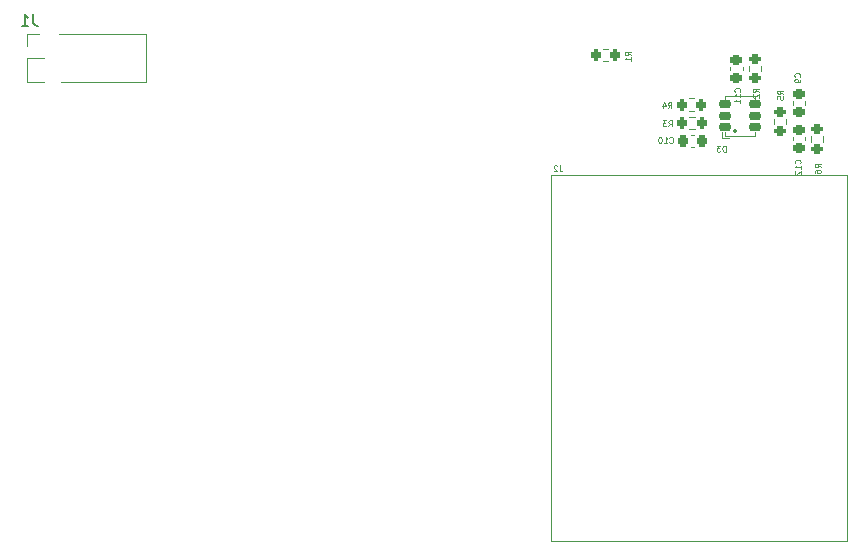
<source format=gbo>
G04 #@! TF.GenerationSoftware,KiCad,Pcbnew,9.0.0*
G04 #@! TF.CreationDate,2025-09-02T12:19:59+03:00*
G04 #@! TF.ProjectId,GSM_SMA_V1.0,47534d5f-534d-4415-9f56-312e302e6b69,rev?*
G04 #@! TF.SameCoordinates,Original*
G04 #@! TF.FileFunction,Legend,Bot*
G04 #@! TF.FilePolarity,Positive*
%FSLAX46Y46*%
G04 Gerber Fmt 4.6, Leading zero omitted, Abs format (unit mm)*
G04 Created by KiCad (PCBNEW 9.0.0) date 2025-09-02 12:19:59*
%MOMM*%
%LPD*%
G01*
G04 APERTURE LIST*
G04 Aperture macros list*
%AMRoundRect*
0 Rectangle with rounded corners*
0 $1 Rounding radius*
0 $2 $3 $4 $5 $6 $7 $8 $9 X,Y pos of 4 corners*
0 Add a 4 corners polygon primitive as box body*
4,1,4,$2,$3,$4,$5,$6,$7,$8,$9,$2,$3,0*
0 Add four circle primitives for the rounded corners*
1,1,$1+$1,$2,$3*
1,1,$1+$1,$4,$5*
1,1,$1+$1,$6,$7*
1,1,$1+$1,$8,$9*
0 Add four rect primitives between the rounded corners*
20,1,$1+$1,$2,$3,$4,$5,0*
20,1,$1+$1,$4,$5,$6,$7,0*
20,1,$1+$1,$6,$7,$8,$9,0*
20,1,$1+$1,$8,$9,$2,$3,0*%
%AMFreePoly0*
4,1,57,0.519269,3.056200,0.858190,2.978844,1.186319,2.864027,1.499529,2.713193,1.793881,2.528239,2.065674,2.311491,2.311491,2.065674,2.528239,1.793881,2.713193,1.499529,2.864027,1.186319,2.978844,0.858190,3.056200,0.519269,3.095123,0.173818,3.095123,-0.173818,3.056200,-0.519269,2.978844,-0.858190,2.864027,-1.186319,2.713193,-1.499529,2.528239,-1.793881,2.311491,-2.065674,
2.065674,-2.311491,1.793881,-2.528239,1.499529,-2.713193,1.186319,-2.864027,0.858190,-2.978844,0.519269,-3.056200,0.173818,-3.095123,-0.173818,-3.095123,-0.519269,-3.056200,-0.858190,-2.978844,-1.186319,-2.864027,-1.499529,-2.713193,-1.793881,-2.528239,-2.065674,-2.311491,-2.311491,-2.065674,-2.528239,-1.793881,-2.713193,-1.499529,-2.864027,-1.186319,-2.978844,-0.858190,-3.056200,-0.519269,
-3.095123,-0.173818,-3.095123,0.173818,-3.056200,0.519269,-2.978844,0.858190,-2.864027,1.186319,-2.713193,1.499529,-2.528239,1.793881,-2.311491,2.065674,-2.065674,2.311491,-1.793881,2.528239,-1.499529,2.713193,-1.186319,2.864027,-0.858190,2.978844,-0.519269,3.056200,-0.173818,3.095123,0.173818,3.095123,0.519269,3.056200,0.519269,3.056200,$1*%
%AMFreePoly1*
4,1,57,0.502519,2.957613,0.830507,2.882752,1.148050,2.771639,1.451157,2.625670,1.736014,2.446683,1.999040,2.236926,2.236926,1.999040,2.446683,1.736014,2.625670,1.451157,2.771639,1.148050,2.882752,0.830507,2.957613,0.502519,2.995280,0.168211,2.995280,-0.168211,2.957613,-0.502519,2.882752,-0.830507,2.771639,-1.148050,2.625670,-1.451157,2.446683,-1.736014,2.236926,-1.999040,
1.999040,-2.236926,1.736014,-2.446683,1.451157,-2.625670,1.148050,-2.771639,0.830507,-2.882752,0.502519,-2.957613,0.168211,-2.995280,-0.168211,-2.995280,-0.502519,-2.957613,-0.830507,-2.882752,-1.148050,-2.771639,-1.451157,-2.625670,-1.736014,-2.446683,-1.999040,-2.236926,-2.236926,-1.999040,-2.446683,-1.736014,-2.625670,-1.451157,-2.771639,-1.148050,-2.882752,-0.830507,-2.957613,-0.502519,
-2.995280,-0.168211,-2.995280,0.168211,-2.957613,0.502519,-2.882752,0.830507,-2.771639,1.148050,-2.625670,1.451157,-2.446683,1.736014,-2.236926,1.999040,-1.999040,2.236926,-1.736014,2.446683,-1.451157,2.625670,-1.148050,2.771639,-0.830507,2.882752,-0.502519,2.957613,-0.168211,2.995280,0.168211,2.995280,0.502519,2.957613,0.502519,2.957613,$1*%
G04 Aperture macros list end*
%ADD10C,0.100000*%
%ADD11C,0.150000*%
%ADD12C,0.120000*%
%ADD13C,0.300000*%
%ADD14FreePoly0,270.000000*%
%ADD15O,2.500000X2.500000*%
%ADD16FreePoly1,270.000000*%
%ADD17RoundRect,0.225000X-0.250000X0.225000X-0.250000X-0.225000X0.250000X-0.225000X0.250000X0.225000X0*%
%ADD18RoundRect,0.200000X-0.275000X0.200000X-0.275000X-0.200000X0.275000X-0.200000X0.275000X0.200000X0*%
%ADD19RoundRect,0.225000X0.225000X0.250000X-0.225000X0.250000X-0.225000X-0.250000X0.225000X-0.250000X0*%
%ADD20RoundRect,0.130435X-0.419565X0.169565X-0.419565X-0.169565X0.419565X-0.169565X0.419565X0.169565X0*%
%ADD21RoundRect,0.200000X-0.200000X-0.275000X0.200000X-0.275000X0.200000X0.275000X-0.200000X0.275000X0*%
%ADD22RoundRect,0.200000X0.200000X0.275000X-0.200000X0.275000X-0.200000X-0.275000X0.200000X-0.275000X0*%
%ADD23RoundRect,0.225000X0.250000X-0.225000X0.250000X0.225000X-0.250000X0.225000X-0.250000X-0.225000X0*%
%ADD24R,1.350000X1.350000*%
%ADD25O,1.350000X1.350000*%
%ADD26R,1.300000X2.400000*%
%ADD27RoundRect,0.200000X0.275000X-0.200000X0.275000X0.200000X-0.275000X0.200000X-0.275000X-0.200000X0*%
G04 APERTURE END LIST*
D10*
X142078490Y-88598571D02*
X142102300Y-88574762D01*
X142102300Y-88574762D02*
X142126109Y-88503333D01*
X142126109Y-88503333D02*
X142126109Y-88455714D01*
X142126109Y-88455714D02*
X142102300Y-88384286D01*
X142102300Y-88384286D02*
X142054680Y-88336667D01*
X142054680Y-88336667D02*
X142007061Y-88312857D01*
X142007061Y-88312857D02*
X141911823Y-88289048D01*
X141911823Y-88289048D02*
X141840395Y-88289048D01*
X141840395Y-88289048D02*
X141745157Y-88312857D01*
X141745157Y-88312857D02*
X141697538Y-88336667D01*
X141697538Y-88336667D02*
X141649919Y-88384286D01*
X141649919Y-88384286D02*
X141626109Y-88455714D01*
X141626109Y-88455714D02*
X141626109Y-88503333D01*
X141626109Y-88503333D02*
X141649919Y-88574762D01*
X141649919Y-88574762D02*
X141673728Y-88598571D01*
X142126109Y-89074762D02*
X142126109Y-88789048D01*
X142126109Y-88931905D02*
X141626109Y-88931905D01*
X141626109Y-88931905D02*
X141697538Y-88884286D01*
X141697538Y-88884286D02*
X141745157Y-88836667D01*
X141745157Y-88836667D02*
X141768966Y-88789048D01*
X141673728Y-89265238D02*
X141649919Y-89289047D01*
X141649919Y-89289047D02*
X141626109Y-89336666D01*
X141626109Y-89336666D02*
X141626109Y-89455714D01*
X141626109Y-89455714D02*
X141649919Y-89503333D01*
X141649919Y-89503333D02*
X141673728Y-89527142D01*
X141673728Y-89527142D02*
X141721347Y-89550952D01*
X141721347Y-89550952D02*
X141768966Y-89550952D01*
X141768966Y-89550952D02*
X141840395Y-89527142D01*
X141840395Y-89527142D02*
X142126109Y-89241428D01*
X142126109Y-89241428D02*
X142126109Y-89550952D01*
X138561109Y-82561666D02*
X138323014Y-82395000D01*
X138561109Y-82275952D02*
X138061109Y-82275952D01*
X138061109Y-82275952D02*
X138061109Y-82466428D01*
X138061109Y-82466428D02*
X138084919Y-82514047D01*
X138084919Y-82514047D02*
X138108728Y-82537857D01*
X138108728Y-82537857D02*
X138156347Y-82561666D01*
X138156347Y-82561666D02*
X138227776Y-82561666D01*
X138227776Y-82561666D02*
X138275395Y-82537857D01*
X138275395Y-82537857D02*
X138299204Y-82514047D01*
X138299204Y-82514047D02*
X138323014Y-82466428D01*
X138323014Y-82466428D02*
X138323014Y-82275952D01*
X138108728Y-82752143D02*
X138084919Y-82775952D01*
X138084919Y-82775952D02*
X138061109Y-82823571D01*
X138061109Y-82823571D02*
X138061109Y-82942619D01*
X138061109Y-82942619D02*
X138084919Y-82990238D01*
X138084919Y-82990238D02*
X138108728Y-83014047D01*
X138108728Y-83014047D02*
X138156347Y-83037857D01*
X138156347Y-83037857D02*
X138203966Y-83037857D01*
X138203966Y-83037857D02*
X138275395Y-83014047D01*
X138275395Y-83014047D02*
X138561109Y-82728333D01*
X138561109Y-82728333D02*
X138561109Y-83037857D01*
X131021428Y-86818490D02*
X131045237Y-86842300D01*
X131045237Y-86842300D02*
X131116666Y-86866109D01*
X131116666Y-86866109D02*
X131164285Y-86866109D01*
X131164285Y-86866109D02*
X131235713Y-86842300D01*
X131235713Y-86842300D02*
X131283332Y-86794680D01*
X131283332Y-86794680D02*
X131307142Y-86747061D01*
X131307142Y-86747061D02*
X131330951Y-86651823D01*
X131330951Y-86651823D02*
X131330951Y-86580395D01*
X131330951Y-86580395D02*
X131307142Y-86485157D01*
X131307142Y-86485157D02*
X131283332Y-86437538D01*
X131283332Y-86437538D02*
X131235713Y-86389919D01*
X131235713Y-86389919D02*
X131164285Y-86366109D01*
X131164285Y-86366109D02*
X131116666Y-86366109D01*
X131116666Y-86366109D02*
X131045237Y-86389919D01*
X131045237Y-86389919D02*
X131021428Y-86413728D01*
X130545237Y-86866109D02*
X130830951Y-86866109D01*
X130688094Y-86866109D02*
X130688094Y-86366109D01*
X130688094Y-86366109D02*
X130735713Y-86437538D01*
X130735713Y-86437538D02*
X130783332Y-86485157D01*
X130783332Y-86485157D02*
X130830951Y-86508966D01*
X130235714Y-86366109D02*
X130188095Y-86366109D01*
X130188095Y-86366109D02*
X130140476Y-86389919D01*
X130140476Y-86389919D02*
X130116666Y-86413728D01*
X130116666Y-86413728D02*
X130092857Y-86461347D01*
X130092857Y-86461347D02*
X130069047Y-86556585D01*
X130069047Y-86556585D02*
X130069047Y-86675633D01*
X130069047Y-86675633D02*
X130092857Y-86770871D01*
X130092857Y-86770871D02*
X130116666Y-86818490D01*
X130116666Y-86818490D02*
X130140476Y-86842300D01*
X130140476Y-86842300D02*
X130188095Y-86866109D01*
X130188095Y-86866109D02*
X130235714Y-86866109D01*
X130235714Y-86866109D02*
X130283333Y-86842300D01*
X130283333Y-86842300D02*
X130307142Y-86818490D01*
X130307142Y-86818490D02*
X130330952Y-86770871D01*
X130330952Y-86770871D02*
X130354761Y-86675633D01*
X130354761Y-86675633D02*
X130354761Y-86556585D01*
X130354761Y-86556585D02*
X130330952Y-86461347D01*
X130330952Y-86461347D02*
X130307142Y-86413728D01*
X130307142Y-86413728D02*
X130283333Y-86389919D01*
X130283333Y-86389919D02*
X130235714Y-86366109D01*
X135777940Y-87614195D02*
X135777940Y-87114195D01*
X135777940Y-87114195D02*
X135658892Y-87114195D01*
X135658892Y-87114195D02*
X135587464Y-87138005D01*
X135587464Y-87138005D02*
X135539845Y-87185624D01*
X135539845Y-87185624D02*
X135516035Y-87233243D01*
X135516035Y-87233243D02*
X135492226Y-87328481D01*
X135492226Y-87328481D02*
X135492226Y-87399909D01*
X135492226Y-87399909D02*
X135516035Y-87495147D01*
X135516035Y-87495147D02*
X135539845Y-87542766D01*
X135539845Y-87542766D02*
X135587464Y-87590386D01*
X135587464Y-87590386D02*
X135658892Y-87614195D01*
X135658892Y-87614195D02*
X135777940Y-87614195D01*
X135325559Y-87114195D02*
X135016035Y-87114195D01*
X135016035Y-87114195D02*
X135182702Y-87304671D01*
X135182702Y-87304671D02*
X135111273Y-87304671D01*
X135111273Y-87304671D02*
X135063654Y-87328481D01*
X135063654Y-87328481D02*
X135039845Y-87352290D01*
X135039845Y-87352290D02*
X135016035Y-87399909D01*
X135016035Y-87399909D02*
X135016035Y-87518957D01*
X135016035Y-87518957D02*
X135039845Y-87566576D01*
X135039845Y-87566576D02*
X135063654Y-87590386D01*
X135063654Y-87590386D02*
X135111273Y-87614195D01*
X135111273Y-87614195D02*
X135254130Y-87614195D01*
X135254130Y-87614195D02*
X135301749Y-87590386D01*
X135301749Y-87590386D02*
X135325559Y-87566576D01*
X127756109Y-79446666D02*
X127518014Y-79280000D01*
X127756109Y-79160952D02*
X127256109Y-79160952D01*
X127256109Y-79160952D02*
X127256109Y-79351428D01*
X127256109Y-79351428D02*
X127279919Y-79399047D01*
X127279919Y-79399047D02*
X127303728Y-79422857D01*
X127303728Y-79422857D02*
X127351347Y-79446666D01*
X127351347Y-79446666D02*
X127422776Y-79446666D01*
X127422776Y-79446666D02*
X127470395Y-79422857D01*
X127470395Y-79422857D02*
X127494204Y-79399047D01*
X127494204Y-79399047D02*
X127518014Y-79351428D01*
X127518014Y-79351428D02*
X127518014Y-79160952D01*
X127756109Y-79922857D02*
X127756109Y-79637143D01*
X127756109Y-79780000D02*
X127256109Y-79780000D01*
X127256109Y-79780000D02*
X127327538Y-79732381D01*
X127327538Y-79732381D02*
X127375157Y-79684762D01*
X127375157Y-79684762D02*
X127398966Y-79637143D01*
X130893333Y-83936109D02*
X131059999Y-83698014D01*
X131179047Y-83936109D02*
X131179047Y-83436109D01*
X131179047Y-83436109D02*
X130988571Y-83436109D01*
X130988571Y-83436109D02*
X130940952Y-83459919D01*
X130940952Y-83459919D02*
X130917142Y-83483728D01*
X130917142Y-83483728D02*
X130893333Y-83531347D01*
X130893333Y-83531347D02*
X130893333Y-83602776D01*
X130893333Y-83602776D02*
X130917142Y-83650395D01*
X130917142Y-83650395D02*
X130940952Y-83674204D01*
X130940952Y-83674204D02*
X130988571Y-83698014D01*
X130988571Y-83698014D02*
X131179047Y-83698014D01*
X130464761Y-83602776D02*
X130464761Y-83936109D01*
X130583809Y-83412300D02*
X130702856Y-83769442D01*
X130702856Y-83769442D02*
X130393333Y-83769442D01*
X136973490Y-82533571D02*
X136997300Y-82509762D01*
X136997300Y-82509762D02*
X137021109Y-82438333D01*
X137021109Y-82438333D02*
X137021109Y-82390714D01*
X137021109Y-82390714D02*
X136997300Y-82319286D01*
X136997300Y-82319286D02*
X136949680Y-82271667D01*
X136949680Y-82271667D02*
X136902061Y-82247857D01*
X136902061Y-82247857D02*
X136806823Y-82224048D01*
X136806823Y-82224048D02*
X136735395Y-82224048D01*
X136735395Y-82224048D02*
X136640157Y-82247857D01*
X136640157Y-82247857D02*
X136592538Y-82271667D01*
X136592538Y-82271667D02*
X136544919Y-82319286D01*
X136544919Y-82319286D02*
X136521109Y-82390714D01*
X136521109Y-82390714D02*
X136521109Y-82438333D01*
X136521109Y-82438333D02*
X136544919Y-82509762D01*
X136544919Y-82509762D02*
X136568728Y-82533571D01*
X137021109Y-83009762D02*
X137021109Y-82724048D01*
X137021109Y-82866905D02*
X136521109Y-82866905D01*
X136521109Y-82866905D02*
X136592538Y-82819286D01*
X136592538Y-82819286D02*
X136640157Y-82771667D01*
X136640157Y-82771667D02*
X136663966Y-82724048D01*
X137021109Y-83485952D02*
X137021109Y-83200238D01*
X137021109Y-83343095D02*
X136521109Y-83343095D01*
X136521109Y-83343095D02*
X136592538Y-83295476D01*
X136592538Y-83295476D02*
X136640157Y-83247857D01*
X136640157Y-83247857D02*
X136663966Y-83200238D01*
D11*
X77163333Y-75974819D02*
X77163333Y-76689104D01*
X77163333Y-76689104D02*
X77210952Y-76831961D01*
X77210952Y-76831961D02*
X77306190Y-76927200D01*
X77306190Y-76927200D02*
X77449047Y-76974819D01*
X77449047Y-76974819D02*
X77544285Y-76974819D01*
X76163333Y-76974819D02*
X76734761Y-76974819D01*
X76449047Y-76974819D02*
X76449047Y-75974819D01*
X76449047Y-75974819D02*
X76544285Y-76117676D01*
X76544285Y-76117676D02*
X76639523Y-76212914D01*
X76639523Y-76212914D02*
X76734761Y-76260533D01*
D10*
X130933333Y-85466109D02*
X131099999Y-85228014D01*
X131219047Y-85466109D02*
X131219047Y-84966109D01*
X131219047Y-84966109D02*
X131028571Y-84966109D01*
X131028571Y-84966109D02*
X130980952Y-84989919D01*
X130980952Y-84989919D02*
X130957142Y-85013728D01*
X130957142Y-85013728D02*
X130933333Y-85061347D01*
X130933333Y-85061347D02*
X130933333Y-85132776D01*
X130933333Y-85132776D02*
X130957142Y-85180395D01*
X130957142Y-85180395D02*
X130980952Y-85204204D01*
X130980952Y-85204204D02*
X131028571Y-85228014D01*
X131028571Y-85228014D02*
X131219047Y-85228014D01*
X130766666Y-84966109D02*
X130457142Y-84966109D01*
X130457142Y-84966109D02*
X130623809Y-85156585D01*
X130623809Y-85156585D02*
X130552380Y-85156585D01*
X130552380Y-85156585D02*
X130504761Y-85180395D01*
X130504761Y-85180395D02*
X130480952Y-85204204D01*
X130480952Y-85204204D02*
X130457142Y-85251823D01*
X130457142Y-85251823D02*
X130457142Y-85370871D01*
X130457142Y-85370871D02*
X130480952Y-85418490D01*
X130480952Y-85418490D02*
X130504761Y-85442300D01*
X130504761Y-85442300D02*
X130552380Y-85466109D01*
X130552380Y-85466109D02*
X130695237Y-85466109D01*
X130695237Y-85466109D02*
X130742856Y-85442300D01*
X130742856Y-85442300D02*
X130766666Y-85418490D01*
X140646109Y-82721666D02*
X140408014Y-82555000D01*
X140646109Y-82435952D02*
X140146109Y-82435952D01*
X140146109Y-82435952D02*
X140146109Y-82626428D01*
X140146109Y-82626428D02*
X140169919Y-82674047D01*
X140169919Y-82674047D02*
X140193728Y-82697857D01*
X140193728Y-82697857D02*
X140241347Y-82721666D01*
X140241347Y-82721666D02*
X140312776Y-82721666D01*
X140312776Y-82721666D02*
X140360395Y-82697857D01*
X140360395Y-82697857D02*
X140384204Y-82674047D01*
X140384204Y-82674047D02*
X140408014Y-82626428D01*
X140408014Y-82626428D02*
X140408014Y-82435952D01*
X140146109Y-83174047D02*
X140146109Y-82935952D01*
X140146109Y-82935952D02*
X140384204Y-82912143D01*
X140384204Y-82912143D02*
X140360395Y-82935952D01*
X140360395Y-82935952D02*
X140336585Y-82983571D01*
X140336585Y-82983571D02*
X140336585Y-83102619D01*
X140336585Y-83102619D02*
X140360395Y-83150238D01*
X140360395Y-83150238D02*
X140384204Y-83174047D01*
X140384204Y-83174047D02*
X140431823Y-83197857D01*
X140431823Y-83197857D02*
X140550871Y-83197857D01*
X140550871Y-83197857D02*
X140598490Y-83174047D01*
X140598490Y-83174047D02*
X140622300Y-83150238D01*
X140622300Y-83150238D02*
X140646109Y-83102619D01*
X140646109Y-83102619D02*
X140646109Y-82983571D01*
X140646109Y-82983571D02*
X140622300Y-82935952D01*
X140622300Y-82935952D02*
X140598490Y-82912143D01*
X121716666Y-88766109D02*
X121716666Y-89123252D01*
X121716666Y-89123252D02*
X121740475Y-89194680D01*
X121740475Y-89194680D02*
X121788094Y-89242300D01*
X121788094Y-89242300D02*
X121859523Y-89266109D01*
X121859523Y-89266109D02*
X121907142Y-89266109D01*
X121502380Y-88813728D02*
X121478571Y-88789919D01*
X121478571Y-88789919D02*
X121430952Y-88766109D01*
X121430952Y-88766109D02*
X121311904Y-88766109D01*
X121311904Y-88766109D02*
X121264285Y-88789919D01*
X121264285Y-88789919D02*
X121240476Y-88813728D01*
X121240476Y-88813728D02*
X121216666Y-88861347D01*
X121216666Y-88861347D02*
X121216666Y-88908966D01*
X121216666Y-88908966D02*
X121240476Y-88980395D01*
X121240476Y-88980395D02*
X121526190Y-89266109D01*
X121526190Y-89266109D02*
X121216666Y-89266109D01*
X142048490Y-81266666D02*
X142072300Y-81242857D01*
X142072300Y-81242857D02*
X142096109Y-81171428D01*
X142096109Y-81171428D02*
X142096109Y-81123809D01*
X142096109Y-81123809D02*
X142072300Y-81052381D01*
X142072300Y-81052381D02*
X142024680Y-81004762D01*
X142024680Y-81004762D02*
X141977061Y-80980952D01*
X141977061Y-80980952D02*
X141881823Y-80957143D01*
X141881823Y-80957143D02*
X141810395Y-80957143D01*
X141810395Y-80957143D02*
X141715157Y-80980952D01*
X141715157Y-80980952D02*
X141667538Y-81004762D01*
X141667538Y-81004762D02*
X141619919Y-81052381D01*
X141619919Y-81052381D02*
X141596109Y-81123809D01*
X141596109Y-81123809D02*
X141596109Y-81171428D01*
X141596109Y-81171428D02*
X141619919Y-81242857D01*
X141619919Y-81242857D02*
X141643728Y-81266666D01*
X142096109Y-81504762D02*
X142096109Y-81600000D01*
X142096109Y-81600000D02*
X142072300Y-81647619D01*
X142072300Y-81647619D02*
X142048490Y-81671428D01*
X142048490Y-81671428D02*
X141977061Y-81719047D01*
X141977061Y-81719047D02*
X141881823Y-81742857D01*
X141881823Y-81742857D02*
X141691347Y-81742857D01*
X141691347Y-81742857D02*
X141643728Y-81719047D01*
X141643728Y-81719047D02*
X141619919Y-81695238D01*
X141619919Y-81695238D02*
X141596109Y-81647619D01*
X141596109Y-81647619D02*
X141596109Y-81552381D01*
X141596109Y-81552381D02*
X141619919Y-81504762D01*
X141619919Y-81504762D02*
X141643728Y-81480952D01*
X141643728Y-81480952D02*
X141691347Y-81457143D01*
X141691347Y-81457143D02*
X141810395Y-81457143D01*
X141810395Y-81457143D02*
X141858014Y-81480952D01*
X141858014Y-81480952D02*
X141881823Y-81504762D01*
X141881823Y-81504762D02*
X141905633Y-81552381D01*
X141905633Y-81552381D02*
X141905633Y-81647619D01*
X141905633Y-81647619D02*
X141881823Y-81695238D01*
X141881823Y-81695238D02*
X141858014Y-81719047D01*
X141858014Y-81719047D02*
X141810395Y-81742857D01*
X143816109Y-88946666D02*
X143578014Y-88780000D01*
X143816109Y-88660952D02*
X143316109Y-88660952D01*
X143316109Y-88660952D02*
X143316109Y-88851428D01*
X143316109Y-88851428D02*
X143339919Y-88899047D01*
X143339919Y-88899047D02*
X143363728Y-88922857D01*
X143363728Y-88922857D02*
X143411347Y-88946666D01*
X143411347Y-88946666D02*
X143482776Y-88946666D01*
X143482776Y-88946666D02*
X143530395Y-88922857D01*
X143530395Y-88922857D02*
X143554204Y-88899047D01*
X143554204Y-88899047D02*
X143578014Y-88851428D01*
X143578014Y-88851428D02*
X143578014Y-88660952D01*
X143316109Y-89375238D02*
X143316109Y-89280000D01*
X143316109Y-89280000D02*
X143339919Y-89232381D01*
X143339919Y-89232381D02*
X143363728Y-89208571D01*
X143363728Y-89208571D02*
X143435157Y-89160952D01*
X143435157Y-89160952D02*
X143530395Y-89137143D01*
X143530395Y-89137143D02*
X143720871Y-89137143D01*
X143720871Y-89137143D02*
X143768490Y-89160952D01*
X143768490Y-89160952D02*
X143792300Y-89184762D01*
X143792300Y-89184762D02*
X143816109Y-89232381D01*
X143816109Y-89232381D02*
X143816109Y-89327619D01*
X143816109Y-89327619D02*
X143792300Y-89375238D01*
X143792300Y-89375238D02*
X143768490Y-89399047D01*
X143768490Y-89399047D02*
X143720871Y-89422857D01*
X143720871Y-89422857D02*
X143601823Y-89422857D01*
X143601823Y-89422857D02*
X143554204Y-89399047D01*
X143554204Y-89399047D02*
X143530395Y-89375238D01*
X143530395Y-89375238D02*
X143506585Y-89327619D01*
X143506585Y-89327619D02*
X143506585Y-89232381D01*
X143506585Y-89232381D02*
X143530395Y-89184762D01*
X143530395Y-89184762D02*
X143554204Y-89160952D01*
X143554204Y-89160952D02*
X143601823Y-89137143D01*
D12*
X141480000Y-86660580D02*
X141480000Y-86379420D01*
X142500000Y-86660580D02*
X142500000Y-86379420D01*
X137722500Y-80822258D02*
X137722500Y-80347742D01*
X138767500Y-80822258D02*
X138767500Y-80347742D01*
X132839420Y-86200000D02*
X133120580Y-86200000D01*
X132839420Y-87220000D02*
X133120580Y-87220000D01*
D10*
X135450000Y-86495000D02*
X135450000Y-85985000D01*
X135750000Y-82895000D02*
X138300000Y-82895000D01*
X135750000Y-83145000D02*
X135750000Y-82895000D01*
X135750000Y-85935000D02*
X135750000Y-86285000D01*
X135750000Y-86285000D02*
X138250000Y-86285000D01*
X136040000Y-86495000D02*
X135450000Y-86495000D01*
X138250000Y-86285000D02*
X138250000Y-85975000D01*
X138300000Y-82895000D02*
X138300000Y-83215000D01*
D13*
X136600001Y-85865000D02*
X136600001Y-85865000D01*
X136600001Y-85865000D01*
X136600001Y-85865000D01*
X136600001Y-85865000D01*
X136600001Y-85865000D01*
X136600001Y-85865001D01*
X136600001Y-85865001D01*
X136600001Y-85865001D01*
X136600001Y-85865001D01*
X136600001Y-85865001D01*
X136600001Y-85865001D01*
X136600001Y-85865001D01*
X136600000Y-85865001D01*
X136600000Y-85865001D01*
X136600000Y-85865001D01*
X136600000Y-85865001D01*
X136600000Y-85865001D01*
X136600000Y-85865001D01*
X136600000Y-85865001D01*
X136600000Y-85865001D01*
X136600000Y-85865001D01*
X136600000Y-85865001D01*
X136600000Y-85865001D01*
X136600000Y-85865001D01*
X136599999Y-85865001D01*
X136599999Y-85865001D01*
X136599999Y-85865001D01*
X136599999Y-85865001D01*
X136599999Y-85865001D01*
X136599999Y-85865001D01*
X136599999Y-85865000D01*
X136599999Y-85865000D01*
X136599999Y-85865000D01*
X136599999Y-85865000D01*
X136599999Y-85865000D01*
X136599999Y-85865000D01*
X136599999Y-85865000D02*
X136599999Y-85865000D01*
X136599999Y-85865000D01*
X136599999Y-85865000D01*
X136599999Y-85865000D01*
X136599999Y-85865000D01*
X136599999Y-85865000D01*
X136599999Y-85864999D01*
X136599999Y-85864999D01*
X136599999Y-85864999D01*
X136599999Y-85864999D01*
X136599999Y-85864999D01*
X136600000Y-85864999D01*
X136600000Y-85864999D01*
X136600000Y-85864999D01*
X136600000Y-85864999D01*
X136600000Y-85864999D01*
X136600000Y-85864999D01*
X136600000Y-85864999D01*
X136600000Y-85864999D01*
X136600000Y-85864999D01*
X136600000Y-85864999D01*
X136600000Y-85864999D01*
X136600000Y-85864999D01*
X136600001Y-85864999D01*
X136600001Y-85864999D01*
X136600001Y-85864999D01*
X136600001Y-85864999D01*
X136600001Y-85864999D01*
X136600001Y-85864999D01*
X136600001Y-85865000D01*
X136600001Y-85865000D01*
X136600001Y-85865000D01*
X136600001Y-85865000D01*
X136600001Y-85865000D01*
X136600001Y-85865000D01*
X136600001Y-85865000D01*
D12*
X125382742Y-78897500D02*
X125857258Y-78897500D01*
X125382742Y-79942500D02*
X125857258Y-79942500D01*
X132662742Y-83107500D02*
X133137258Y-83107500D01*
X132662742Y-84152500D02*
X133137258Y-84152500D01*
X136185000Y-80454420D02*
X136185000Y-80735580D01*
X137205000Y-80454420D02*
X137205000Y-80735580D01*
X76590000Y-77610000D02*
X77650000Y-77610000D01*
X76590000Y-78670000D02*
X76590000Y-77610000D01*
X76590000Y-79670000D02*
X78650000Y-79670000D01*
X76590000Y-81730000D02*
X76590000Y-79670000D01*
X78650000Y-79670000D02*
X78650000Y-77610000D01*
X86710000Y-77610000D02*
X78650000Y-77610000D01*
X86710000Y-81730000D02*
X76590000Y-81730000D01*
X86710000Y-81730000D02*
X86710000Y-77610000D01*
X133167258Y-84657500D02*
X132692742Y-84657500D01*
X133167258Y-85702500D02*
X132692742Y-85702500D01*
X139847500Y-85302258D02*
X139847500Y-84827742D01*
X140892500Y-85302258D02*
X140892500Y-84827742D01*
D10*
X121020000Y-89590000D02*
X146020000Y-89590000D01*
X121020000Y-120590000D02*
X121020000Y-89590000D01*
X146020000Y-89590000D02*
X146020000Y-120590000D01*
X146020000Y-120590000D02*
X121020000Y-120590000D01*
D12*
X141480000Y-83354420D02*
X141480000Y-83635580D01*
X142500000Y-83354420D02*
X142500000Y-83635580D01*
X142987500Y-86282742D02*
X142987500Y-86757258D01*
X144032500Y-86282742D02*
X144032500Y-86757258D01*
%LPC*%
D14*
X80130000Y-103490000D03*
D15*
X105860000Y-116690000D03*
X103285000Y-114115000D03*
X108435000Y-114115000D03*
X108435000Y-119265000D03*
X103285000Y-119265000D03*
D16*
X153630000Y-103490000D03*
D15*
X92610000Y-116690000D03*
X90035000Y-114115000D03*
X95185000Y-114115000D03*
X95185000Y-119265000D03*
X90035000Y-119265000D03*
X79360000Y-116690000D03*
X76785000Y-114115000D03*
X81935000Y-114115000D03*
X81935000Y-119265000D03*
X76785000Y-119265000D03*
D17*
X141990000Y-85745000D03*
X141990000Y-87295000D03*
D18*
X138245000Y-79760000D03*
X138245000Y-81410000D03*
D19*
X133755000Y-86710000D03*
X132205000Y-86710000D03*
D20*
X135750000Y-85515000D03*
X135750000Y-84565000D03*
X135750000Y-83615000D03*
X138250000Y-83615000D03*
X138250000Y-84565000D03*
X138250000Y-85515000D03*
D21*
X124795000Y-79420000D03*
X126445000Y-79420000D03*
D22*
X133725000Y-83630000D03*
X132075000Y-83630000D03*
D23*
X136695000Y-81370000D03*
X136695000Y-79820000D03*
D24*
X77650000Y-78670000D03*
D25*
X77650000Y-80670000D03*
X79650000Y-78670000D03*
X79650000Y-80670000D03*
X81650000Y-78670000D03*
X81650000Y-80670000D03*
X83650000Y-78670000D03*
X83650000Y-80670000D03*
X85650000Y-78670000D03*
X85650000Y-80670000D03*
D21*
X132105000Y-85180000D03*
X133755000Y-85180000D03*
D18*
X140370000Y-84240000D03*
X140370000Y-85890000D03*
D26*
X135620000Y-116490000D03*
X133080000Y-116490000D03*
X130540000Y-116490000D03*
X130540000Y-93290000D03*
X133080000Y-93290000D03*
X135620000Y-93290000D03*
X123220000Y-116490000D03*
X123220000Y-93290000D03*
D23*
X141990000Y-84270000D03*
X141990000Y-82720000D03*
D27*
X143510000Y-87345000D03*
X143510000Y-85695000D03*
%LPD*%
M02*

</source>
